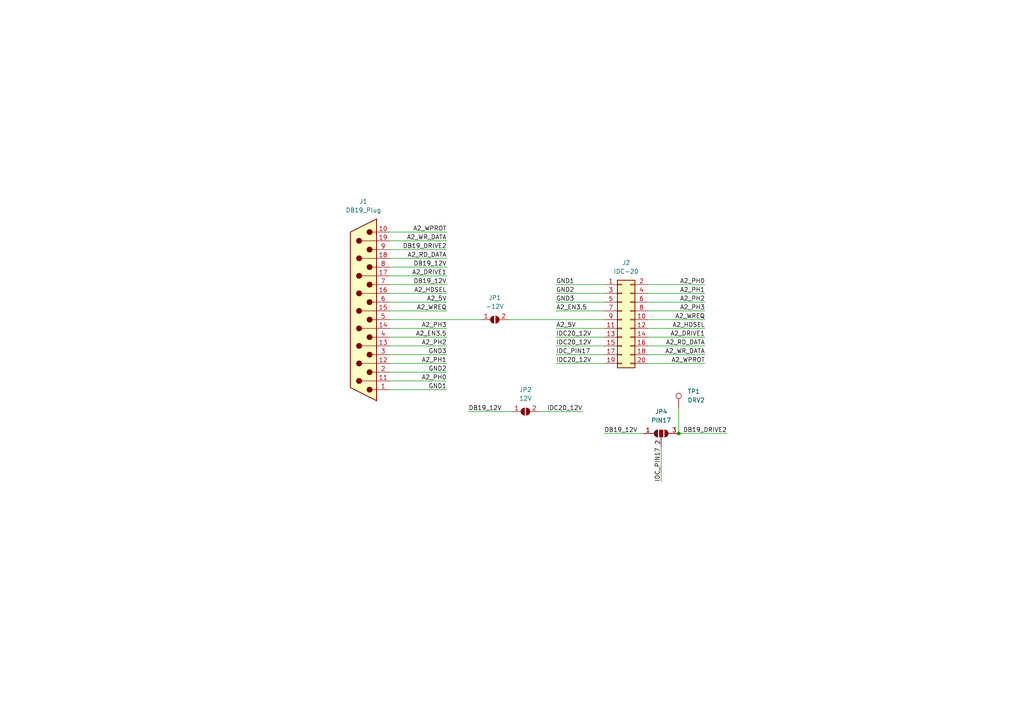
<source format=kicad_sch>
(kicad_sch (version 20230121) (generator eeschema)

  (uuid 163d4287-7276-444e-b8da-db04cfc3db51)

  (paper "A4")

  (title_block
    (title "SmartPortSD SMD")
    (date "2023-12-07")
    (rev "v1.1")
    (company "Chris Tersteeg")
  )

  (lib_symbols
    (symbol "Connector:TestPoint" (pin_numbers hide) (pin_names (offset 0.762) hide) (in_bom yes) (on_board yes)
      (property "Reference" "TP" (at 0 6.858 0)
        (effects (font (size 1.27 1.27)))
      )
      (property "Value" "TestPoint" (at 0 5.08 0)
        (effects (font (size 1.27 1.27)))
      )
      (property "Footprint" "" (at 5.08 0 0)
        (effects (font (size 1.27 1.27)) hide)
      )
      (property "Datasheet" "~" (at 5.08 0 0)
        (effects (font (size 1.27 1.27)) hide)
      )
      (property "ki_keywords" "test point tp" (at 0 0 0)
        (effects (font (size 1.27 1.27)) hide)
      )
      (property "ki_description" "test point" (at 0 0 0)
        (effects (font (size 1.27 1.27)) hide)
      )
      (property "ki_fp_filters" "Pin* Test*" (at 0 0 0)
        (effects (font (size 1.27 1.27)) hide)
      )
      (symbol "TestPoint_0_1"
        (circle (center 0 3.302) (radius 0.762)
          (stroke (width 0) (type default))
          (fill (type none))
        )
      )
      (symbol "TestPoint_1_1"
        (pin passive line (at 0 0 90) (length 2.54)
          (name "1" (effects (font (size 1.27 1.27))))
          (number "1" (effects (font (size 1.27 1.27))))
        )
      )
    )
    (symbol "Connector_Generic:Conn_02x10_Odd_Even" (pin_names (offset 1.016) hide) (in_bom yes) (on_board yes)
      (property "Reference" "J" (at 1.27 12.7 0)
        (effects (font (size 1.27 1.27)))
      )
      (property "Value" "Conn_02x10_Odd_Even" (at 1.27 -15.24 0)
        (effects (font (size 1.27 1.27)))
      )
      (property "Footprint" "" (at 0 0 0)
        (effects (font (size 1.27 1.27)) hide)
      )
      (property "Datasheet" "~" (at 0 0 0)
        (effects (font (size 1.27 1.27)) hide)
      )
      (property "ki_keywords" "connector" (at 0 0 0)
        (effects (font (size 1.27 1.27)) hide)
      )
      (property "ki_description" "Generic connector, double row, 02x10, odd/even pin numbering scheme (row 1 odd numbers, row 2 even numbers), script generated (kicad-library-utils/schlib/autogen/connector/)" (at 0 0 0)
        (effects (font (size 1.27 1.27)) hide)
      )
      (property "ki_fp_filters" "Connector*:*_2x??_*" (at 0 0 0)
        (effects (font (size 1.27 1.27)) hide)
      )
      (symbol "Conn_02x10_Odd_Even_1_1"
        (rectangle (start -1.27 -12.573) (end 0 -12.827)
          (stroke (width 0.1524) (type default))
          (fill (type none))
        )
        (rectangle (start -1.27 -10.033) (end 0 -10.287)
          (stroke (width 0.1524) (type default))
          (fill (type none))
        )
        (rectangle (start -1.27 -7.493) (end 0 -7.747)
          (stroke (width 0.1524) (type default))
          (fill (type none))
        )
        (rectangle (start -1.27 -4.953) (end 0 -5.207)
          (stroke (width 0.1524) (type default))
          (fill (type none))
        )
        (rectangle (start -1.27 -2.413) (end 0 -2.667)
          (stroke (width 0.1524) (type default))
          (fill (type none))
        )
        (rectangle (start -1.27 0.127) (end 0 -0.127)
          (stroke (width 0.1524) (type default))
          (fill (type none))
        )
        (rectangle (start -1.27 2.667) (end 0 2.413)
          (stroke (width 0.1524) (type default))
          (fill (type none))
        )
        (rectangle (start -1.27 5.207) (end 0 4.953)
          (stroke (width 0.1524) (type default))
          (fill (type none))
        )
        (rectangle (start -1.27 7.747) (end 0 7.493)
          (stroke (width 0.1524) (type default))
          (fill (type none))
        )
        (rectangle (start -1.27 10.287) (end 0 10.033)
          (stroke (width 0.1524) (type default))
          (fill (type none))
        )
        (rectangle (start -1.27 11.43) (end 3.81 -13.97)
          (stroke (width 0.254) (type default))
          (fill (type background))
        )
        (rectangle (start 3.81 -12.573) (end 2.54 -12.827)
          (stroke (width 0.1524) (type default))
          (fill (type none))
        )
        (rectangle (start 3.81 -10.033) (end 2.54 -10.287)
          (stroke (width 0.1524) (type default))
          (fill (type none))
        )
        (rectangle (start 3.81 -7.493) (end 2.54 -7.747)
          (stroke (width 0.1524) (type default))
          (fill (type none))
        )
        (rectangle (start 3.81 -4.953) (end 2.54 -5.207)
          (stroke (width 0.1524) (type default))
          (fill (type none))
        )
        (rectangle (start 3.81 -2.413) (end 2.54 -2.667)
          (stroke (width 0.1524) (type default))
          (fill (type none))
        )
        (rectangle (start 3.81 0.127) (end 2.54 -0.127)
          (stroke (width 0.1524) (type default))
          (fill (type none))
        )
        (rectangle (start 3.81 2.667) (end 2.54 2.413)
          (stroke (width 0.1524) (type default))
          (fill (type none))
        )
        (rectangle (start 3.81 5.207) (end 2.54 4.953)
          (stroke (width 0.1524) (type default))
          (fill (type none))
        )
        (rectangle (start 3.81 7.747) (end 2.54 7.493)
          (stroke (width 0.1524) (type default))
          (fill (type none))
        )
        (rectangle (start 3.81 10.287) (end 2.54 10.033)
          (stroke (width 0.1524) (type default))
          (fill (type none))
        )
        (pin passive line (at -5.08 10.16 0) (length 3.81)
          (name "Pin_1" (effects (font (size 1.27 1.27))))
          (number "1" (effects (font (size 1.27 1.27))))
        )
        (pin passive line (at 7.62 0 180) (length 3.81)
          (name "Pin_10" (effects (font (size 1.27 1.27))))
          (number "10" (effects (font (size 1.27 1.27))))
        )
        (pin passive line (at -5.08 -2.54 0) (length 3.81)
          (name "Pin_11" (effects (font (size 1.27 1.27))))
          (number "11" (effects (font (size 1.27 1.27))))
        )
        (pin passive line (at 7.62 -2.54 180) (length 3.81)
          (name "Pin_12" (effects (font (size 1.27 1.27))))
          (number "12" (effects (font (size 1.27 1.27))))
        )
        (pin passive line (at -5.08 -5.08 0) (length 3.81)
          (name "Pin_13" (effects (font (size 1.27 1.27))))
          (number "13" (effects (font (size 1.27 1.27))))
        )
        (pin passive line (at 7.62 -5.08 180) (length 3.81)
          (name "Pin_14" (effects (font (size 1.27 1.27))))
          (number "14" (effects (font (size 1.27 1.27))))
        )
        (pin passive line (at -5.08 -7.62 0) (length 3.81)
          (name "Pin_15" (effects (font (size 1.27 1.27))))
          (number "15" (effects (font (size 1.27 1.27))))
        )
        (pin passive line (at 7.62 -7.62 180) (length 3.81)
          (name "Pin_16" (effects (font (size 1.27 1.27))))
          (number "16" (effects (font (size 1.27 1.27))))
        )
        (pin passive line (at -5.08 -10.16 0) (length 3.81)
          (name "Pin_17" (effects (font (size 1.27 1.27))))
          (number "17" (effects (font (size 1.27 1.27))))
        )
        (pin passive line (at 7.62 -10.16 180) (length 3.81)
          (name "Pin_18" (effects (font (size 1.27 1.27))))
          (number "18" (effects (font (size 1.27 1.27))))
        )
        (pin passive line (at -5.08 -12.7 0) (length 3.81)
          (name "Pin_19" (effects (font (size 1.27 1.27))))
          (number "19" (effects (font (size 1.27 1.27))))
        )
        (pin passive line (at 7.62 10.16 180) (length 3.81)
          (name "Pin_2" (effects (font (size 1.27 1.27))))
          (number "2" (effects (font (size 1.27 1.27))))
        )
        (pin passive line (at 7.62 -12.7 180) (length 3.81)
          (name "Pin_20" (effects (font (size 1.27 1.27))))
          (number "20" (effects (font (size 1.27 1.27))))
        )
        (pin passive line (at -5.08 7.62 0) (length 3.81)
          (name "Pin_3" (effects (font (size 1.27 1.27))))
          (number "3" (effects (font (size 1.27 1.27))))
        )
        (pin passive line (at 7.62 7.62 180) (length 3.81)
          (name "Pin_4" (effects (font (size 1.27 1.27))))
          (number "4" (effects (font (size 1.27 1.27))))
        )
        (pin passive line (at -5.08 5.08 0) (length 3.81)
          (name "Pin_5" (effects (font (size 1.27 1.27))))
          (number "5" (effects (font (size 1.27 1.27))))
        )
        (pin passive line (at 7.62 5.08 180) (length 3.81)
          (name "Pin_6" (effects (font (size 1.27 1.27))))
          (number "6" (effects (font (size 1.27 1.27))))
        )
        (pin passive line (at -5.08 2.54 0) (length 3.81)
          (name "Pin_7" (effects (font (size 1.27 1.27))))
          (number "7" (effects (font (size 1.27 1.27))))
        )
        (pin passive line (at 7.62 2.54 180) (length 3.81)
          (name "Pin_8" (effects (font (size 1.27 1.27))))
          (number "8" (effects (font (size 1.27 1.27))))
        )
        (pin passive line (at -5.08 0 0) (length 3.81)
          (name "Pin_9" (effects (font (size 1.27 1.27))))
          (number "9" (effects (font (size 1.27 1.27))))
        )
      )
    )
    (symbol "Jumper:SolderJumper_2_Open" (pin_names (offset 0) hide) (in_bom yes) (on_board yes)
      (property "Reference" "JP" (at 0 2.032 0)
        (effects (font (size 1.27 1.27)))
      )
      (property "Value" "SolderJumper_2_Open" (at 0 -2.54 0)
        (effects (font (size 1.27 1.27)))
      )
      (property "Footprint" "" (at 0 0 0)
        (effects (font (size 1.27 1.27)) hide)
      )
      (property "Datasheet" "~" (at 0 0 0)
        (effects (font (size 1.27 1.27)) hide)
      )
      (property "ki_keywords" "solder jumper SPST" (at 0 0 0)
        (effects (font (size 1.27 1.27)) hide)
      )
      (property "ki_description" "Solder Jumper, 2-pole, open" (at 0 0 0)
        (effects (font (size 1.27 1.27)) hide)
      )
      (property "ki_fp_filters" "SolderJumper*Open*" (at 0 0 0)
        (effects (font (size 1.27 1.27)) hide)
      )
      (symbol "SolderJumper_2_Open_0_1"
        (arc (start -0.254 1.016) (mid -1.2656 0) (end -0.254 -1.016)
          (stroke (width 0) (type default))
          (fill (type none))
        )
        (arc (start -0.254 1.016) (mid -1.2656 0) (end -0.254 -1.016)
          (stroke (width 0) (type default))
          (fill (type outline))
        )
        (polyline
          (pts
            (xy -0.254 1.016)
            (xy -0.254 -1.016)
          )
          (stroke (width 0) (type default))
          (fill (type none))
        )
        (polyline
          (pts
            (xy 0.254 1.016)
            (xy 0.254 -1.016)
          )
          (stroke (width 0) (type default))
          (fill (type none))
        )
        (arc (start 0.254 -1.016) (mid 1.2656 0) (end 0.254 1.016)
          (stroke (width 0) (type default))
          (fill (type none))
        )
        (arc (start 0.254 -1.016) (mid 1.2656 0) (end 0.254 1.016)
          (stroke (width 0) (type default))
          (fill (type outline))
        )
      )
      (symbol "SolderJumper_2_Open_1_1"
        (pin passive line (at -3.81 0 0) (length 2.54)
          (name "A" (effects (font (size 1.27 1.27))))
          (number "1" (effects (font (size 1.27 1.27))))
        )
        (pin passive line (at 3.81 0 180) (length 2.54)
          (name "B" (effects (font (size 1.27 1.27))))
          (number "2" (effects (font (size 1.27 1.27))))
        )
      )
    )
    (symbol "Jumper:SolderJumper_3_Open" (pin_names (offset 0) hide) (in_bom yes) (on_board yes)
      (property "Reference" "JP" (at -2.54 -2.54 0)
        (effects (font (size 1.27 1.27)))
      )
      (property "Value" "SolderJumper_3_Open" (at 0 2.794 0)
        (effects (font (size 1.27 1.27)))
      )
      (property "Footprint" "" (at 0 0 0)
        (effects (font (size 1.27 1.27)) hide)
      )
      (property "Datasheet" "~" (at 0 0 0)
        (effects (font (size 1.27 1.27)) hide)
      )
      (property "ki_keywords" "Solder Jumper SPDT" (at 0 0 0)
        (effects (font (size 1.27 1.27)) hide)
      )
      (property "ki_description" "Solder Jumper, 3-pole, open" (at 0 0 0)
        (effects (font (size 1.27 1.27)) hide)
      )
      (property "ki_fp_filters" "SolderJumper*Open*" (at 0 0 0)
        (effects (font (size 1.27 1.27)) hide)
      )
      (symbol "SolderJumper_3_Open_0_1"
        (arc (start -1.016 1.016) (mid -2.0276 0) (end -1.016 -1.016)
          (stroke (width 0) (type default))
          (fill (type none))
        )
        (arc (start -1.016 1.016) (mid -2.0276 0) (end -1.016 -1.016)
          (stroke (width 0) (type default))
          (fill (type outline))
        )
        (rectangle (start -0.508 1.016) (end 0.508 -1.016)
          (stroke (width 0) (type default))
          (fill (type outline))
        )
        (polyline
          (pts
            (xy -2.54 0)
            (xy -2.032 0)
          )
          (stroke (width 0) (type default))
          (fill (type none))
        )
        (polyline
          (pts
            (xy -1.016 1.016)
            (xy -1.016 -1.016)
          )
          (stroke (width 0) (type default))
          (fill (type none))
        )
        (polyline
          (pts
            (xy 0 -1.27)
            (xy 0 -1.016)
          )
          (stroke (width 0) (type default))
          (fill (type none))
        )
        (polyline
          (pts
            (xy 1.016 1.016)
            (xy 1.016 -1.016)
          )
          (stroke (width 0) (type default))
          (fill (type none))
        )
        (polyline
          (pts
            (xy 2.54 0)
            (xy 2.032 0)
          )
          (stroke (width 0) (type default))
          (fill (type none))
        )
        (arc (start 1.016 -1.016) (mid 2.0276 0) (end 1.016 1.016)
          (stroke (width 0) (type default))
          (fill (type none))
        )
        (arc (start 1.016 -1.016) (mid 2.0276 0) (end 1.016 1.016)
          (stroke (width 0) (type default))
          (fill (type outline))
        )
      )
      (symbol "SolderJumper_3_Open_1_1"
        (pin passive line (at -5.08 0 0) (length 2.54)
          (name "A" (effects (font (size 1.27 1.27))))
          (number "1" (effects (font (size 1.27 1.27))))
        )
        (pin passive line (at 0 -3.81 90) (length 2.54)
          (name "C" (effects (font (size 1.27 1.27))))
          (number "2" (effects (font (size 1.27 1.27))))
        )
        (pin passive line (at 5.08 0 180) (length 2.54)
          (name "B" (effects (font (size 1.27 1.27))))
          (number "3" (effects (font (size 1.27 1.27))))
        )
      )
    )
    (symbol "Tersteeg:DB19_Plug" (pin_names (offset 1.016) hide) (in_bom yes) (on_board yes)
      (property "Reference" "J" (at 0 34.29 0)
        (effects (font (size 1.27 1.27)))
      )
      (property "Value" "DB19_Plug" (at 1.27 -27.305 0)
        (effects (font (size 1.27 1.27)))
      )
      (property "Footprint" "" (at 1.27 7.62 0)
        (effects (font (size 1.27 1.27)) hide)
      )
      (property "Datasheet" " ~" (at 1.27 7.62 0)
        (effects (font (size 1.27 1.27)) hide)
      )
      (property "ki_keywords" "male plug D-SUB connector" (at 0 0 0)
        (effects (font (size 1.27 1.27)) hide)
      )
      (property "ki_description" "19-pin male plug pin D-SUB connector" (at 0 0 0)
        (effects (font (size 1.27 1.27)) hide)
      )
      (property "ki_fp_filters" "DSUB*Male*" (at 0 0 0)
        (effects (font (size 1.27 1.27)) hide)
      )
      (symbol "DB19_Plug_0_1"
        (circle (center -0.508 -22.86) (radius 0.762)
          (stroke (width 0) (type default))
          (fill (type outline))
        )
        (circle (center -0.508 -17.78) (radius 0.762)
          (stroke (width 0) (type default))
          (fill (type outline))
        )
        (circle (center -0.508 -12.7) (radius 0.762)
          (stroke (width 0) (type default))
          (fill (type outline))
        )
        (circle (center -0.508 -7.62) (radius 0.762)
          (stroke (width 0) (type default))
          (fill (type outline))
        )
        (circle (center -0.508 -2.54) (radius 0.762)
          (stroke (width 0) (type default))
          (fill (type outline))
        )
        (circle (center -0.508 2.54) (radius 0.762)
          (stroke (width 0) (type default))
          (fill (type outline))
        )
        (circle (center -0.508 7.62) (radius 0.762)
          (stroke (width 0) (type default))
          (fill (type outline))
        )
        (circle (center -0.508 12.7) (radius 0.762)
          (stroke (width 0) (type default))
          (fill (type outline))
        )
        (circle (center -0.508 17.78) (radius 0.762)
          (stroke (width 0) (type default))
          (fill (type outline))
        )
        (circle (center -0.508 22.86) (radius 0.762)
          (stroke (width 0) (type default))
          (fill (type outline))
        )
        (polyline
          (pts
            (xy -2.54 -22.86)
            (xy -1.27 -22.86)
          )
          (stroke (width 0) (type default))
          (fill (type none))
        )
        (polyline
          (pts
            (xy -2.54 -20.32)
            (xy 1.778 -20.32)
          )
          (stroke (width 0) (type default))
          (fill (type none))
        )
        (polyline
          (pts
            (xy -2.54 -17.78)
            (xy -1.27 -17.78)
          )
          (stroke (width 0) (type default))
          (fill (type none))
        )
        (polyline
          (pts
            (xy -2.54 -15.24)
            (xy 1.778 -15.24)
          )
          (stroke (width 0) (type default))
          (fill (type none))
        )
        (polyline
          (pts
            (xy -2.54 -12.7)
            (xy -1.27 -12.7)
          )
          (stroke (width 0) (type default))
          (fill (type none))
        )
        (polyline
          (pts
            (xy -2.54 -10.16)
            (xy 1.778 -10.16)
          )
          (stroke (width 0) (type default))
          (fill (type none))
        )
        (polyline
          (pts
            (xy -2.54 -7.62)
            (xy -1.27 -7.62)
          )
          (stroke (width 0) (type default))
          (fill (type none))
        )
        (polyline
          (pts
            (xy -2.54 -5.08)
            (xy 1.778 -5.08)
          )
          (stroke (width 0) (type default))
          (fill (type none))
        )
        (polyline
          (pts
            (xy -2.54 -2.54)
            (xy -1.27 -2.54)
          )
          (stroke (width 0) (type default))
          (fill (type none))
        )
        (polyline
          (pts
            (xy -2.54 0)
            (xy 1.778 0)
          )
          (stroke (width 0) (type default))
          (fill (type none))
        )
        (polyline
          (pts
            (xy -2.54 2.54)
            (xy -1.27 2.54)
          )
          (stroke (width 0) (type default))
          (fill (type none))
        )
        (polyline
          (pts
            (xy -2.54 5.08)
            (xy 1.778 5.08)
          )
          (stroke (width 0) (type default))
          (fill (type none))
        )
        (polyline
          (pts
            (xy -2.54 7.62)
            (xy -1.27 7.62)
          )
          (stroke (width 0) (type default))
          (fill (type none))
        )
        (polyline
          (pts
            (xy -2.54 10.16)
            (xy 1.778 10.16)
          )
          (stroke (width 0) (type default))
          (fill (type none))
        )
        (polyline
          (pts
            (xy -2.54 12.7)
            (xy -1.27 12.7)
          )
          (stroke (width 0) (type default))
          (fill (type none))
        )
        (polyline
          (pts
            (xy -2.54 15.24)
            (xy 1.778 15.24)
          )
          (stroke (width 0) (type default))
          (fill (type none))
        )
        (polyline
          (pts
            (xy -2.54 17.78)
            (xy -1.27 17.78)
          )
          (stroke (width 0) (type default))
          (fill (type none))
        )
        (polyline
          (pts
            (xy -2.54 20.32)
            (xy 1.778 20.32)
          )
          (stroke (width 0) (type default))
          (fill (type none))
        )
        (polyline
          (pts
            (xy -2.54 22.86)
            (xy -1.27 22.86)
          )
          (stroke (width 0) (type default))
          (fill (type none))
        )
        (polyline
          (pts
            (xy -2.54 -26.035)
            (xy 5.08 -22.225)
            (xy 5.08 22.86)
            (xy -2.54 26.67)
            (xy -2.54 -26.035)
          )
          (stroke (width 0.254) (type default))
          (fill (type background))
        )
        (circle (center 2.54 -20.32) (radius 0.762)
          (stroke (width 0) (type default))
          (fill (type outline))
        )
        (circle (center 2.54 -15.24) (radius 0.762)
          (stroke (width 0) (type default))
          (fill (type outline))
        )
        (circle (center 2.54 -10.16) (radius 0.762)
          (stroke (width 0) (type default))
          (fill (type outline))
        )
        (circle (center 2.54 -5.08) (radius 0.762)
          (stroke (width 0) (type default))
          (fill (type outline))
        )
        (circle (center 2.54 0) (radius 0.762)
          (stroke (width 0) (type default))
          (fill (type outline))
        )
        (circle (center 2.54 5.08) (radius 0.762)
          (stroke (width 0) (type default))
          (fill (type outline))
        )
        (circle (center 2.54 10.16) (radius 0.762)
          (stroke (width 0) (type default))
          (fill (type outline))
        )
        (circle (center 2.54 15.24) (radius 0.762)
          (stroke (width 0) (type default))
          (fill (type outline))
        )
        (circle (center 2.54 20.32) (radius 0.762)
          (stroke (width 0) (type default))
          (fill (type outline))
        )
      )
      (symbol "DB19_Plug_1_1"
        (pin passive line (at -6.35 -22.86 0) (length 3.81)
          (name "1" (effects (font (size 1.27 1.27))))
          (number "1" (effects (font (size 1.27 1.27))))
        )
        (pin passive line (at -6.35 22.86 0) (length 3.81)
          (name "10" (effects (font (size 1.27 1.27))))
          (number "10" (effects (font (size 1.27 1.27))))
        )
        (pin passive line (at -6.35 -20.32 0) (length 3.81)
          (name "P11" (effects (font (size 1.27 1.27))))
          (number "11" (effects (font (size 1.27 1.27))))
        )
        (pin passive line (at -6.35 -15.24 0) (length 3.81)
          (name "P12" (effects (font (size 1.27 1.27))))
          (number "12" (effects (font (size 1.27 1.27))))
        )
        (pin passive line (at -6.35 -10.16 0) (length 3.81)
          (name "P13" (effects (font (size 1.27 1.27))))
          (number "13" (effects (font (size 1.27 1.27))))
        )
        (pin passive line (at -6.35 -5.08 0) (length 3.81)
          (name "P14" (effects (font (size 1.27 1.27))))
          (number "14" (effects (font (size 1.27 1.27))))
        )
        (pin passive line (at -6.35 0 0) (length 3.81)
          (name "P15" (effects (font (size 1.27 1.27))))
          (number "15" (effects (font (size 1.27 1.27))))
        )
        (pin passive line (at -6.35 5.08 0) (length 3.81)
          (name "P16" (effects (font (size 1.27 1.27))))
          (number "16" (effects (font (size 1.27 1.27))))
        )
        (pin passive line (at -6.35 10.16 0) (length 3.81)
          (name "P17" (effects (font (size 1.27 1.27))))
          (number "17" (effects (font (size 1.27 1.27))))
        )
        (pin passive line (at -6.35 15.24 0) (length 3.81)
          (name "P18" (effects (font (size 1.27 1.27))))
          (number "18" (effects (font (size 1.27 1.27))))
        )
        (pin passive line (at -6.35 20.32 0) (length 3.81)
          (name "P19" (effects (font (size 1.27 1.27))))
          (number "19" (effects (font (size 1.27 1.27))))
        )
        (pin passive line (at -6.35 -17.78 0) (length 3.81)
          (name "2" (effects (font (size 1.27 1.27))))
          (number "2" (effects (font (size 1.27 1.27))))
        )
        (pin passive line (at -6.35 -12.7 0) (length 3.81)
          (name "3" (effects (font (size 1.27 1.27))))
          (number "3" (effects (font (size 1.27 1.27))))
        )
        (pin passive line (at -6.35 -7.62 0) (length 3.81)
          (name "4" (effects (font (size 1.27 1.27))))
          (number "4" (effects (font (size 1.27 1.27))))
        )
        (pin passive line (at -6.35 -2.54 0) (length 3.81)
          (name "5" (effects (font (size 1.27 1.27))))
          (number "5" (effects (font (size 1.27 1.27))))
        )
        (pin passive line (at -6.35 2.54 0) (length 3.81)
          (name "6" (effects (font (size 1.27 1.27))))
          (number "6" (effects (font (size 1.27 1.27))))
        )
        (pin passive line (at -6.35 7.62 0) (length 3.81)
          (name "7" (effects (font (size 1.27 1.27))))
          (number "7" (effects (font (size 1.27 1.27))))
        )
        (pin passive line (at -6.35 12.7 0) (length 3.81)
          (name "8" (effects (font (size 1.27 1.27))))
          (number "8" (effects (font (size 1.27 1.27))))
        )
        (pin passive line (at -6.35 17.78 0) (length 3.81)
          (name "9" (effects (font (size 1.27 1.27))))
          (number "9" (effects (font (size 1.27 1.27))))
        )
      )
    )
  )

  (junction (at 196.85 125.73) (diameter 0) (color 0 0 0 0)
    (uuid 938d6bff-7124-4558-8e77-c3653f6890eb)
  )

  (wire (pts (xy 187.96 100.33) (xy 204.47 100.33))
    (stroke (width 0) (type default))
    (uuid 05be24a5-af3b-4d48-980e-503db15d81fa)
  )
  (wire (pts (xy 175.26 82.55) (xy 161.29 82.55))
    (stroke (width 0) (type default))
    (uuid 063dc075-e924-4b9f-863d-971af4975944)
  )
  (wire (pts (xy 187.96 97.79) (xy 204.47 97.79))
    (stroke (width 0) (type default))
    (uuid 0c91e0bd-9ef3-4b38-91df-fa426768483e)
  )
  (wire (pts (xy 113.03 67.31) (xy 129.54 67.31))
    (stroke (width 0) (type default))
    (uuid 0eaaf4b0-095a-460d-b252-d32dc89bebbb)
  )
  (wire (pts (xy 161.29 95.25) (xy 175.26 95.25))
    (stroke (width 0) (type default))
    (uuid 0ef39234-18b8-47aa-bf5b-0f0429305dcf)
  )
  (wire (pts (xy 113.03 102.87) (xy 129.54 102.87))
    (stroke (width 0) (type default))
    (uuid 18c93847-c0fd-4eaf-8844-a817428af668)
  )
  (wire (pts (xy 187.96 105.41) (xy 204.47 105.41))
    (stroke (width 0) (type default))
    (uuid 3d344af8-4696-4f6a-8698-a0c4a0c77dbd)
  )
  (wire (pts (xy 187.96 87.63) (xy 204.47 87.63))
    (stroke (width 0) (type default))
    (uuid 4230615f-1528-4583-b037-9096c14a8e41)
  )
  (wire (pts (xy 113.03 92.71) (xy 139.7 92.71))
    (stroke (width 0) (type default))
    (uuid 4439052b-63bc-46d5-8e1c-fcd68517e57d)
  )
  (wire (pts (xy 113.03 77.47) (xy 129.54 77.47))
    (stroke (width 0) (type default))
    (uuid 46289c14-846a-4897-99ab-8eee2bd905ea)
  )
  (wire (pts (xy 161.29 100.33) (xy 175.26 100.33))
    (stroke (width 0) (type default))
    (uuid 49fe8427-64f1-4ce5-80c6-ac8a7f9ce4c2)
  )
  (wire (pts (xy 113.03 110.49) (xy 129.54 110.49))
    (stroke (width 0) (type default))
    (uuid 4c6d4b63-44f9-4682-b0d5-f7d3a06c668b)
  )
  (wire (pts (xy 113.03 87.63) (xy 129.54 87.63))
    (stroke (width 0) (type default))
    (uuid 6096de7d-7547-471b-8308-6362e4921b1e)
  )
  (wire (pts (xy 147.32 92.71) (xy 175.26 92.71))
    (stroke (width 0) (type default))
    (uuid 62d151cb-ddc3-402c-b4c9-e196ee9c24d9)
  )
  (wire (pts (xy 187.96 82.55) (xy 204.47 82.55))
    (stroke (width 0) (type default))
    (uuid 634b2c6c-2652-446c-a6df-f0220ca4fc48)
  )
  (wire (pts (xy 204.47 102.87) (xy 187.96 102.87))
    (stroke (width 0) (type default))
    (uuid 69092c6e-70ed-4118-9ef2-e35c9b3866a4)
  )
  (wire (pts (xy 129.54 69.85) (xy 113.03 69.85))
    (stroke (width 0) (type default))
    (uuid 6f6a65a3-e1b4-4827-916a-ee57602be473)
  )
  (wire (pts (xy 196.85 118.11) (xy 196.85 125.73))
    (stroke (width 0) (type default))
    (uuid 786d6d88-49c9-4efa-894b-52f4f5692a5d)
  )
  (wire (pts (xy 113.03 113.03) (xy 129.54 113.03))
    (stroke (width 0) (type default))
    (uuid 8ae3f026-6797-4bf8-b4e1-6f1ec97ba757)
  )
  (wire (pts (xy 113.03 72.39) (xy 129.54 72.39))
    (stroke (width 0) (type default))
    (uuid 8de7ded3-690a-45e7-898c-7836f6dd4420)
  )
  (wire (pts (xy 187.96 90.17) (xy 204.47 90.17))
    (stroke (width 0) (type default))
    (uuid 904af327-45c7-435a-9539-d2a6d115c960)
  )
  (wire (pts (xy 113.03 82.55) (xy 129.54 82.55))
    (stroke (width 0) (type default))
    (uuid 9095fa06-e40e-4463-b578-b362e33572a7)
  )
  (wire (pts (xy 187.96 92.71) (xy 204.47 92.71))
    (stroke (width 0) (type default))
    (uuid 9b662b8f-c9b4-4f80-ba20-01c65e822fed)
  )
  (wire (pts (xy 113.03 100.33) (xy 129.54 100.33))
    (stroke (width 0) (type default))
    (uuid 9e0ba860-1edb-4a6a-a4ab-51c6bd072a73)
  )
  (wire (pts (xy 113.03 85.09) (xy 129.54 85.09))
    (stroke (width 0) (type default))
    (uuid 9f35ded0-e163-4361-990f-071c51661b6b)
  )
  (wire (pts (xy 161.29 90.17) (xy 175.26 90.17))
    (stroke (width 0) (type default))
    (uuid a17e5f94-90d7-406b-b17b-4e1e36b7d85a)
  )
  (wire (pts (xy 187.96 95.25) (xy 204.47 95.25))
    (stroke (width 0) (type default))
    (uuid a9813020-1840-48f6-b883-34a19e5ee0a5)
  )
  (wire (pts (xy 113.03 107.95) (xy 129.54 107.95))
    (stroke (width 0) (type default))
    (uuid ab6e0297-e7b2-4b37-b612-656b1499e32f)
  )
  (wire (pts (xy 175.26 87.63) (xy 161.29 87.63))
    (stroke (width 0) (type default))
    (uuid adcbf103-ad18-4364-8793-cdf159acdc41)
  )
  (wire (pts (xy 113.03 74.93) (xy 129.54 74.93))
    (stroke (width 0) (type default))
    (uuid b1f053fc-0c7d-41af-9743-2ac0cb85438e)
  )
  (wire (pts (xy 161.29 97.79) (xy 175.26 97.79))
    (stroke (width 0) (type default))
    (uuid b59e127c-5188-4352-ae37-45ce2085904d)
  )
  (wire (pts (xy 135.89 119.38) (xy 148.59 119.38))
    (stroke (width 0) (type default))
    (uuid bcf226ea-0864-4567-8c5d-35e870048ecf)
  )
  (wire (pts (xy 191.77 129.54) (xy 191.77 139.7))
    (stroke (width 0) (type default))
    (uuid bd41e07f-ce2c-45a3-8bcc-51069d58fbab)
  )
  (wire (pts (xy 129.54 105.41) (xy 113.03 105.41))
    (stroke (width 0) (type default))
    (uuid bd715efc-8de9-4158-b091-c492bfd888b6)
  )
  (wire (pts (xy 161.29 105.41) (xy 175.26 105.41))
    (stroke (width 0) (type default))
    (uuid c7e78aa0-7c65-4e8f-a0d9-f6757ee8caf6)
  )
  (wire (pts (xy 113.03 80.01) (xy 129.54 80.01))
    (stroke (width 0) (type default))
    (uuid d0fe738c-4618-4277-a3cf-853b787d8efd)
  )
  (wire (pts (xy 161.29 102.87) (xy 175.26 102.87))
    (stroke (width 0) (type default))
    (uuid da066d4a-dde4-49fb-9b19-bbef93f4744f)
  )
  (wire (pts (xy 113.03 90.17) (xy 129.54 90.17))
    (stroke (width 0) (type default))
    (uuid da2c99ca-a1dd-42c3-b341-61670bf96bb6)
  )
  (wire (pts (xy 168.91 119.38) (xy 156.21 119.38))
    (stroke (width 0) (type default))
    (uuid e3a0f3a3-028e-4640-86ac-62440e34941e)
  )
  (wire (pts (xy 204.47 85.09) (xy 187.96 85.09))
    (stroke (width 0) (type default))
    (uuid e86787e4-0e16-45e7-a22f-9fc77acc90b9)
  )
  (wire (pts (xy 175.26 85.09) (xy 161.29 85.09))
    (stroke (width 0) (type default))
    (uuid edda38d3-b60d-42a6-8af6-e8028d4cfa24)
  )
  (wire (pts (xy 175.26 125.73) (xy 186.69 125.73))
    (stroke (width 0) (type default))
    (uuid ee7488d7-d3ca-47c4-b274-43ffaf8fac4f)
  )
  (wire (pts (xy 113.03 95.25) (xy 129.54 95.25))
    (stroke (width 0) (type default))
    (uuid ee8da24d-9470-4625-9325-7e21c0f1e8e9)
  )
  (wire (pts (xy 196.85 125.73) (xy 210.82 125.73))
    (stroke (width 0) (type default))
    (uuid f5d68bbc-0f69-484a-bdfa-13cf3fabb1cc)
  )
  (wire (pts (xy 113.03 97.79) (xy 129.54 97.79))
    (stroke (width 0) (type default))
    (uuid fe97345c-cf17-4e07-96cc-240e47d4ba5d)
  )

  (label "GND1" (at 161.29 82.55 0) (fields_autoplaced)
    (effects (font (size 1.27 1.27)) (justify left bottom))
    (uuid 0158eb81-6a50-4877-ab70-2882a7d86eb8)
  )
  (label "IDC20_12V" (at 168.91 119.38 180) (fields_autoplaced)
    (effects (font (size 1.27 1.27)) (justify right bottom))
    (uuid 048e6b19-7154-4162-85d1-3c7f6534b1d3)
  )
  (label "A2_PH3" (at 129.54 95.25 180) (fields_autoplaced)
    (effects (font (size 1.27 1.27)) (justify right bottom))
    (uuid 09bba7fe-0e6f-48cf-b2d9-b2fa8c6e8484)
  )
  (label "A2_WREQ" (at 129.54 90.17 180) (fields_autoplaced)
    (effects (font (size 1.27 1.27)) (justify right bottom))
    (uuid 1a509b35-c385-4c5b-b7ce-54666ce42d15)
  )
  (label "A2_RD_DATA" (at 204.47 100.33 180) (fields_autoplaced)
    (effects (font (size 1.27 1.27)) (justify right bottom))
    (uuid 1afa9078-87ac-43ce-b292-ff214b7dfc6b)
  )
  (label "A2_WR_DATA" (at 129.54 69.85 180) (fields_autoplaced)
    (effects (font (size 1.27 1.27)) (justify right bottom))
    (uuid 1d0cd4fb-928e-48b0-b0cb-8b0eeb7708e5)
  )
  (label "IDC20_12V" (at 161.29 105.41 0) (fields_autoplaced)
    (effects (font (size 1.27 1.27)) (justify left bottom))
    (uuid 1e0a2ca5-77b1-4f07-a0a7-60985621cdca)
  )
  (label "GND3" (at 161.29 87.63 0) (fields_autoplaced)
    (effects (font (size 1.27 1.27)) (justify left bottom))
    (uuid 2275795e-08ad-4a7b-93c1-02b83749b434)
  )
  (label "A2_PH2" (at 204.47 87.63 180) (fields_autoplaced)
    (effects (font (size 1.27 1.27)) (justify right bottom))
    (uuid 2b689ab4-9ba8-42b0-9093-1d13da05b3a8)
  )
  (label "DB19_12V" (at 175.26 125.73 0) (fields_autoplaced)
    (effects (font (size 1.27 1.27)) (justify left bottom))
    (uuid 2ee059f0-ba05-417c-848b-6daba664e8bb)
  )
  (label "A2_PH0" (at 129.54 110.49 180) (fields_autoplaced)
    (effects (font (size 1.27 1.27)) (justify right bottom))
    (uuid 2f3ee44e-3bc4-4605-a8e6-fc4898030048)
  )
  (label "GND3" (at 129.54 102.87 180) (fields_autoplaced)
    (effects (font (size 1.27 1.27)) (justify right bottom))
    (uuid 34bbe536-3414-4fd1-89b8-726da3a7338f)
  )
  (label "A2_WREQ" (at 204.47 92.71 180) (fields_autoplaced)
    (effects (font (size 1.27 1.27)) (justify right bottom))
    (uuid 3a925a46-7db9-471e-b72e-4e6bfb3c5ce7)
  )
  (label "DB19_DRIVE2" (at 129.54 72.39 180) (fields_autoplaced)
    (effects (font (size 1.27 1.27)) (justify right bottom))
    (uuid 3cdd6f95-6927-4423-9f4d-da699c69de6b)
  )
  (label "A2_PH1" (at 204.47 85.09 180) (fields_autoplaced)
    (effects (font (size 1.27 1.27)) (justify right bottom))
    (uuid 4230019d-5954-44e3-8612-7687213c0c1f)
  )
  (label "A2_WPROT" (at 204.47 105.41 180) (fields_autoplaced)
    (effects (font (size 1.27 1.27)) (justify right bottom))
    (uuid 42710e83-eb56-41cf-816b-12308c8a5876)
  )
  (label "GND2" (at 161.29 85.09 0) (fields_autoplaced)
    (effects (font (size 1.27 1.27)) (justify left bottom))
    (uuid 4ff96831-64a2-4cc6-9de5-f4bccfbfade5)
  )
  (label "GND2" (at 129.54 107.95 180) (fields_autoplaced)
    (effects (font (size 1.27 1.27)) (justify right bottom))
    (uuid 566aabd2-10fb-4e14-bd3a-15ae3764df62)
  )
  (label "IDC_PIN17" (at 191.77 139.7 90) (fields_autoplaced)
    (effects (font (size 1.27 1.27)) (justify left bottom))
    (uuid 62680639-6715-4a65-a688-d2631cb4c1db)
  )
  (label "IDC20_12V" (at 161.29 100.33 0) (fields_autoplaced)
    (effects (font (size 1.27 1.27)) (justify left bottom))
    (uuid 6bbab3a4-1e01-47ac-b9c3-8c78e999e942)
  )
  (label "IDC_PIN17" (at 161.29 102.87 0) (fields_autoplaced)
    (effects (font (size 1.27 1.27)) (justify left bottom))
    (uuid 7eec617f-de62-4444-a3b6-79c51311143d)
  )
  (label "A2_5V" (at 129.54 87.63 180) (fields_autoplaced)
    (effects (font (size 1.27 1.27)) (justify right bottom))
    (uuid 8fb3442c-a99b-4308-a5fa-5fd71233d468)
  )
  (label "A2_DRIVE1" (at 129.54 80.01 180) (fields_autoplaced)
    (effects (font (size 1.27 1.27)) (justify right bottom))
    (uuid a3e8f8fe-ca9f-4439-a778-e4a005e7f5e8)
  )
  (label "DB19_12V" (at 129.54 82.55 180) (fields_autoplaced)
    (effects (font (size 1.27 1.27)) (justify right bottom))
    (uuid aaa0fff9-19a2-4ce3-8d4e-9423f165da41)
  )
  (label "A2_WR_DATA" (at 204.47 102.87 180) (fields_autoplaced)
    (effects (font (size 1.27 1.27)) (justify right bottom))
    (uuid b41d5a53-27d2-4bde-a08c-d3707e494d9a)
  )
  (label "A2_EN3.5" (at 161.29 90.17 0) (fields_autoplaced)
    (effects (font (size 1.27 1.27)) (justify left bottom))
    (uuid b6d7c74a-d4f9-46a8-97fe-39662a575c9f)
  )
  (label "A2_PH0" (at 204.47 82.55 180) (fields_autoplaced)
    (effects (font (size 1.27 1.27)) (justify right bottom))
    (uuid b72e3b78-95ad-4a9e-b9e7-3cbdfd455d22)
  )
  (label "A2_PH3" (at 204.47 90.17 180) (fields_autoplaced)
    (effects (font (size 1.27 1.27)) (justify right bottom))
    (uuid b94e97ba-49eb-45b4-a931-f1cbc2caa9ed)
  )
  (label "DB19_DRIVE2" (at 210.82 125.73 180) (fields_autoplaced)
    (effects (font (size 1.27 1.27)) (justify right bottom))
    (uuid b962f7d4-7396-4369-a90b-6ff3aa2c4094)
  )
  (label "GND1" (at 129.54 113.03 180) (fields_autoplaced)
    (effects (font (size 1.27 1.27)) (justify right bottom))
    (uuid b9fd4a78-6f49-4535-8dc9-7de5567bebfd)
  )
  (label "A2_PH2" (at 129.54 100.33 180) (fields_autoplaced)
    (effects (font (size 1.27 1.27)) (justify right bottom))
    (uuid ccd97e95-6a86-4697-bf33-e026472da82a)
  )
  (label "IDC20_12V" (at 161.29 97.79 0) (fields_autoplaced)
    (effects (font (size 1.27 1.27)) (justify left bottom))
    (uuid cfaa9815-54ee-4db4-8700-585091eddbde)
  )
  (label "A2_PH1" (at 129.54 105.41 180) (fields_autoplaced)
    (effects (font (size 1.27 1.27)) (justify right bottom))
    (uuid d38dd658-2b35-4386-bdb5-69f7789e62a5)
  )
  (label "DB19_12V" (at 129.54 77.47 180) (fields_autoplaced)
    (effects (font (size 1.27 1.27)) (justify right bottom))
    (uuid d5edaa80-d48b-4f2d-bb88-f71b55bf17b8)
  )
  (label "A2_HDSEL" (at 129.54 85.09 180) (fields_autoplaced)
    (effects (font (size 1.27 1.27)) (justify right bottom))
    (uuid da7bfa78-1d00-4771-b355-4631fbaac67b)
  )
  (label "A2_5V" (at 161.29 95.25 0) (fields_autoplaced)
    (effects (font (size 1.27 1.27)) (justify left bottom))
    (uuid da9d0218-c28c-475a-a226-88023e6bb2d4)
  )
  (label "A2_WPROT" (at 129.54 67.31 180) (fields_autoplaced)
    (effects (font (size 1.27 1.27)) (justify right bottom))
    (uuid e1550975-f937-40d2-bcf9-5bb83f29fbeb)
  )
  (label "A2_RD_DATA" (at 129.54 74.93 180) (fields_autoplaced)
    (effects (font (size 1.27 1.27)) (justify right bottom))
    (uuid ecaa5226-8bbb-4c3d-befd-6d9d78bddfa4)
  )
  (label "DB19_12V" (at 135.89 119.38 0) (fields_autoplaced)
    (effects (font (size 1.27 1.27)) (justify left bottom))
    (uuid ed17fefc-9679-42cc-82f8-bee64d49e244)
  )
  (label "A2_EN3.5" (at 129.54 97.79 180) (fields_autoplaced)
    (effects (font (size 1.27 1.27)) (justify right bottom))
    (uuid f0c06b13-9e12-46b9-b3c3-9e7fabbeb9c8)
  )
  (label "A2_HDSEL" (at 204.47 95.25 180) (fields_autoplaced)
    (effects (font (size 1.27 1.27)) (justify right bottom))
    (uuid f452bfe8-3775-471c-86bb-1013fba9ab83)
  )
  (label "A2_DRIVE1" (at 204.47 97.79 180) (fields_autoplaced)
    (effects (font (size 1.27 1.27)) (justify right bottom))
    (uuid f903fe9e-7454-4077-a060-4d579327560a)
  )

  (symbol (lib_id "Jumper:SolderJumper_2_Open") (at 152.4 119.38 0) (unit 1)
    (in_bom yes) (on_board yes) (dnp no) (fields_autoplaced)
    (uuid 09e763a8-abd2-4bc2-8215-cbc0c3ad3436)
    (property "Reference" "JP2" (at 152.4 113.03 0)
      (effects (font (size 1.27 1.27)))
    )
    (property "Value" "12V" (at 152.4 115.57 0)
      (effects (font (size 1.27 1.27)))
    )
    (property "Footprint" "Jumper:SolderJumper-2_P1.3mm_Open_RoundedPad1.0x1.5mm" (at 152.4 119.38 0)
      (effects (font (size 1.27 1.27)) hide)
    )
    (property "Datasheet" "~" (at 152.4 119.38 0)
      (effects (font (size 1.27 1.27)) hide)
    )
    (pin "2" (uuid 292ad504-635b-490f-bced-52e4d0c514e4))
    (pin "1" (uuid 90550d0e-e12c-4ff5-a81c-05113407a13a))
    (instances
      (project "db19-to-idc20"
        (path "/163d4287-7276-444e-b8da-db04cfc3db51"
          (reference "JP2") (unit 1)
        )
      )
    )
  )

  (symbol (lib_id "Connector_Generic:Conn_02x10_Odd_Even") (at 180.34 92.71 0) (unit 1)
    (in_bom yes) (on_board yes) (dnp no) (fields_autoplaced)
    (uuid 621ec363-15a7-43d9-a265-0c144ff601ab)
    (property "Reference" "J2" (at 181.61 76.2 0)
      (effects (font (size 1.27 1.27)))
    )
    (property "Value" "IDC-20" (at 181.61 78.74 0)
      (effects (font (size 1.27 1.27)))
    )
    (property "Footprint" "Connector_IDC:IDC-Header_2x10_P2.54mm_Vertical" (at 180.34 92.71 0)
      (effects (font (size 1.27 1.27)) hide)
    )
    (property "Datasheet" "~" (at 180.34 92.71 0)
      (effects (font (size 1.27 1.27)) hide)
    )
    (pin "16" (uuid be2acc47-dda7-49cc-8269-d9bc8c79c560))
    (pin "17" (uuid a1e9ce6b-0169-445a-a897-e5b4a9242a65))
    (pin "2" (uuid 2a31ce13-01bb-44cb-a492-b1a8efe21132))
    (pin "19" (uuid 38c8d075-8510-49c1-a9ec-a3794a5cdfad))
    (pin "20" (uuid c5ab438d-0517-48fd-8d1c-85afd33a68e2))
    (pin "9" (uuid 9861c65d-5bf4-4c64-bed3-0515e52f0e11))
    (pin "12" (uuid 5fff042e-b13e-45c8-b585-d78a398ad3bb))
    (pin "10" (uuid 4b76d927-5b8a-42e6-9270-8594d31c29b3))
    (pin "13" (uuid e3c4d2e3-9ee0-45c8-8c95-36ad7e2837b2))
    (pin "4" (uuid 4e41b7cc-b085-48b7-ad3c-7e1cf03c2310))
    (pin "11" (uuid 2333c7c0-dc79-4744-92f1-fd8a02207278))
    (pin "18" (uuid 1530aae7-a3a3-4895-9178-5367a7299894))
    (pin "7" (uuid 2583f87c-7eed-416b-966a-cedcfa41d816))
    (pin "15" (uuid 2fa8fc5f-f4b9-4665-b9b7-68a9a4dab3c3))
    (pin "8" (uuid 1995a196-d513-4f13-8aa0-e67d3a2856e1))
    (pin "14" (uuid 36a0e6a1-29b8-4c05-83f0-6bb95c1a4bf5))
    (pin "3" (uuid 6acefbf5-6d7d-433b-a780-46f418843a32))
    (pin "5" (uuid 460cd88b-8bd4-49e0-ae9d-c83e0d88f0f0))
    (pin "1" (uuid 453783c7-c096-473d-8159-9766c47c6511))
    (pin "6" (uuid dc638678-db41-43eb-a895-5ce126d47f49))
    (instances
      (project "db19-to-idc20"
        (path "/163d4287-7276-444e-b8da-db04cfc3db51"
          (reference "J2") (unit 1)
        )
      )
      (project "FujiApple-DevKit-IDC"
        (path "/a14e478a-c5bb-4e73-a6aa-14ded6f82b5a"
          (reference "J1") (unit 1)
        )
      )
    )
  )

  (symbol (lib_id "Jumper:SolderJumper_3_Open") (at 191.77 125.73 0) (unit 1)
    (in_bom yes) (on_board yes) (dnp no) (fields_autoplaced)
    (uuid b3c49d95-b4d5-4b7e-a5c7-26bba12f9798)
    (property "Reference" "JP4" (at 191.77 119.38 0)
      (effects (font (size 1.27 1.27)))
    )
    (property "Value" "PIN17" (at 191.77 121.92 0)
      (effects (font (size 1.27 1.27)))
    )
    (property "Footprint" "Jumper:SolderJumper-3_P1.3mm_Open_RoundedPad1.0x1.5mm_NumberLabels" (at 191.77 125.73 0)
      (effects (font (size 1.27 1.27)) hide)
    )
    (property "Datasheet" "~" (at 191.77 125.73 0)
      (effects (font (size 1.27 1.27)) hide)
    )
    (pin "1" (uuid 97521428-d765-4aa0-9e37-af3a6aea91b1))
    (pin "2" (uuid 7340f8d1-8afd-4403-9e6d-a514555924d0))
    (pin "3" (uuid 24a0a8fd-5b92-423a-ab36-daf6b652f7f6))
    (instances
      (project "db19-to-idc20"
        (path "/163d4287-7276-444e-b8da-db04cfc3db51"
          (reference "JP4") (unit 1)
        )
      )
    )
  )

  (symbol (lib_id "Jumper:SolderJumper_2_Open") (at 143.51 92.71 0) (unit 1)
    (in_bom yes) (on_board yes) (dnp no) (fields_autoplaced)
    (uuid cb4489f8-a49b-49fa-a632-334b29f72e61)
    (property "Reference" "JP1" (at 143.51 86.36 0)
      (effects (font (size 1.27 1.27)))
    )
    (property "Value" "-12V" (at 143.51 88.9 0)
      (effects (font (size 1.27 1.27)))
    )
    (property "Footprint" "Jumper:SolderJumper-2_P1.3mm_Open_RoundedPad1.0x1.5mm" (at 143.51 92.71 0)
      (effects (font (size 1.27 1.27)) hide)
    )
    (property "Datasheet" "~" (at 143.51 92.71 0)
      (effects (font (size 1.27 1.27)) hide)
    )
    (pin "2" (uuid 292ad504-635b-490f-bced-52e4d0c514e4))
    (pin "1" (uuid 90550d0e-e12c-4ff5-a81c-05113407a13a))
    (instances
      (project "db19-to-idc20"
        (path "/163d4287-7276-444e-b8da-db04cfc3db51"
          (reference "JP1") (unit 1)
        )
      )
    )
  )

  (symbol (lib_id "Tersteeg:DB19_Plug") (at 106.68 90.17 0) (mirror y) (unit 1)
    (in_bom yes) (on_board yes) (dnp no) (fields_autoplaced)
    (uuid dc2037be-ac17-4c50-afec-7b52e11a365a)
    (property "Reference" "J1" (at 105.41 58.42 0)
      (effects (font (size 1.27 1.27)))
    )
    (property "Value" "DB19_Plug" (at 105.41 60.96 0)
      (effects (font (size 1.27 1.27)))
    )
    (property "Footprint" "Tersteeg:DSUB-19_Male_Vertical_P2.77x2.84mm_Narrow_MountingHoles_Full_Pins" (at 105.41 82.55 0)
      (effects (font (size 1.27 1.27)) hide)
    )
    (property "Datasheet" " ~" (at 105.41 82.55 0)
      (effects (font (size 1.27 1.27)) hide)
    )
    (pin "1" (uuid 5976339d-5741-474b-ba6d-586973261748))
    (pin "10" (uuid 1dab9928-d3ae-4344-bbe3-9db3904b51a1))
    (pin "11" (uuid 19827524-dc80-4369-ab14-960503ac15ea))
    (pin "12" (uuid 453cf836-6a51-46b9-8516-2bc6bdde3597))
    (pin "13" (uuid f44f5c4b-dd97-44b0-abcc-d7dd38e7ff7a))
    (pin "14" (uuid 8f167b5c-19fe-4e91-b3d7-39f1c10d386e))
    (pin "15" (uuid af3980ab-7879-4e0b-9394-f1d11b66146b))
    (pin "16" (uuid 7869a2c2-0764-482d-a06e-44a6508e788f))
    (pin "17" (uuid 558516ea-549d-4be8-b57b-9f7bf8e077b7))
    (pin "18" (uuid b149840b-6d0f-4d25-9430-cb184a0d1b82))
    (pin "19" (uuid 3a545ae4-2651-4fa6-9d09-2b8e53883371))
    (pin "2" (uuid 00b1abcf-9303-4b47-bb1f-19406e81b8fa))
    (pin "3" (uuid 83df1742-6c42-4c0d-8704-85cca97490f0))
    (pin "4" (uuid e1458710-03b9-424c-917c-b9a2bdd84f7a))
    (pin "5" (uuid 4ef2660f-dc66-4c75-b9ef-f1fb4a190f0e))
    (pin "6" (uuid 0856626e-4ebd-40b0-97e6-3b63211b0e5c))
    (pin "7" (uuid ed06e8ea-c3fb-4961-bb1f-e8bcfa24c800))
    (pin "8" (uuid 6b38d444-ce05-434f-bce4-bdee360c59a3))
    (pin "9" (uuid 1af9b219-0687-4766-aec0-96bffcded26e))
    (instances
      (project "db19-to-idc20"
        (path "/163d4287-7276-444e-b8da-db04cfc3db51"
          (reference "J1") (unit 1)
        )
      )
    )
  )

  (symbol (lib_id "Connector:TestPoint") (at 196.85 118.11 0) (unit 1)
    (in_bom yes) (on_board yes) (dnp no) (fields_autoplaced)
    (uuid e28b4662-d263-4a56-92fe-86623b5b27c6)
    (property "Reference" "TP1" (at 199.39 113.538 0)
      (effects (font (size 1.27 1.27)) (justify left))
    )
    (property "Value" "DRV2" (at 199.39 116.078 0)
      (effects (font (size 1.27 1.27)) (justify left))
    )
    (property "Footprint" "TestPoint:TestPoint_Pad_D1.5mm" (at 201.93 118.11 0)
      (effects (font (size 1.27 1.27)) hide)
    )
    (property "Datasheet" "~" (at 201.93 118.11 0)
      (effects (font (size 1.27 1.27)) hide)
    )
    (pin "1" (uuid 313000f8-07f1-4134-a20b-0515f32a81fd))
    (instances
      (project "db19-to-idc20"
        (path "/163d4287-7276-444e-b8da-db04cfc3db51"
          (reference "TP1") (unit 1)
        )
      )
    )
  )

  (sheet_instances
    (path "/" (page "1"))
  )
)

</source>
